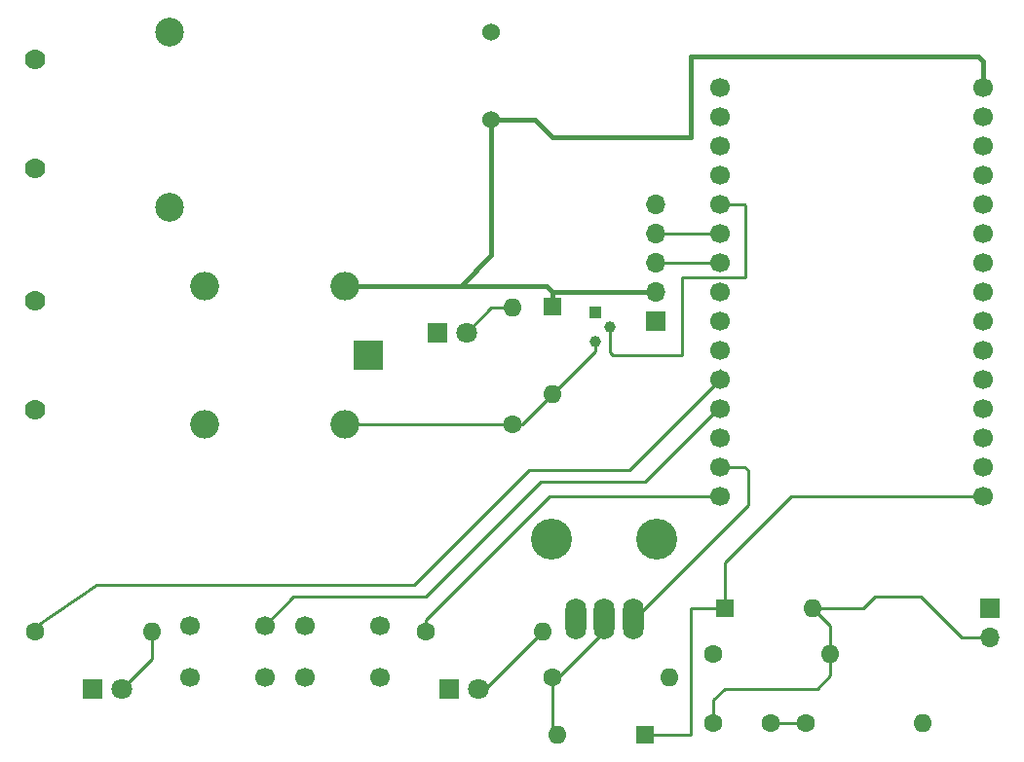
<source format=gtl>
G04 #@! TF.FileFunction,Copper,L1,Top,Signal*
%FSLAX46Y46*%
G04 Gerber Fmt 4.6, Leading zero omitted, Abs format (unit mm)*
G04 Created by KiCad (PCBNEW 4.0.7-e2-6376~58~ubuntu16.04.1) date Mon Jan  1 17:52:34 2018*
%MOMM*%
%LPD*%
G01*
G04 APERTURE LIST*
%ADD10C,0.100000*%
%ADD11R,1.600000X1.600000*%
%ADD12O,1.600000X1.600000*%
%ADD13C,1.000000*%
%ADD14R,1.000000X1.000000*%
%ADD15R,1.800000X1.800000*%
%ADD16C,1.800000*%
%ADD17C,1.700000*%
%ADD18R,1.700000X1.700000*%
%ADD19O,1.700000X1.700000*%
%ADD20C,1.778000*%
%ADD21R,2.500000X2.500000*%
%ADD22O,2.500000X2.500000*%
%ADD23C,1.600000*%
%ADD24O,1.800000X3.600000*%
%ADD25C,3.556000*%
%ADD26C,2.500000*%
%ADD27C,1.524000*%
%ADD28C,0.250000*%
%ADD29C,0.400000*%
G04 APERTURE END LIST*
D10*
D11*
X160000000Y-64750000D03*
D12*
X160000000Y-72370000D03*
D13*
X165020000Y-66520000D03*
X163750000Y-67790000D03*
D14*
X163750000Y-65250000D03*
D15*
X120000000Y-98000000D03*
D16*
X122540000Y-98000000D03*
D17*
X128500000Y-92500000D03*
X135000000Y-92500000D03*
X128500000Y-97000000D03*
X135000000Y-97000000D03*
X138500000Y-92500000D03*
X145000000Y-92500000D03*
X138500000Y-97000000D03*
X145000000Y-97000000D03*
D18*
X198000000Y-91000000D03*
D19*
X198000000Y-93540000D03*
D20*
X115000000Y-73762500D03*
X115000000Y-64237500D03*
X115000000Y-43237500D03*
X115000000Y-52762500D03*
D21*
X144000000Y-69000000D03*
D22*
X142000000Y-63000000D03*
X129800000Y-63000000D03*
X129800000Y-75000000D03*
X142000000Y-75000000D03*
D17*
X197430000Y-81240000D03*
X197430000Y-78700000D03*
X197430000Y-76160000D03*
X197430000Y-73620000D03*
X197430000Y-71080000D03*
X197430000Y-68540000D03*
X197430000Y-66000000D03*
X197430000Y-63460000D03*
X197430000Y-60920000D03*
X197430000Y-58380000D03*
X197430000Y-55840000D03*
X197430000Y-53300000D03*
X197430000Y-50760000D03*
X197430000Y-48220000D03*
X197430000Y-45680000D03*
X174570000Y-81240000D03*
X174570000Y-78700000D03*
X174570000Y-76160000D03*
X174570000Y-73620000D03*
X174570000Y-71080000D03*
X174570000Y-68540000D03*
X174570000Y-66000000D03*
X174570000Y-63460000D03*
X174570000Y-60920000D03*
X174570000Y-58380000D03*
X174570000Y-55840000D03*
X174570000Y-53300000D03*
X174570000Y-50760000D03*
X174570000Y-48220000D03*
X174570000Y-45680000D03*
D11*
X168000000Y-102000000D03*
D12*
X160380000Y-102000000D03*
D11*
X175000000Y-91000000D03*
D12*
X182620000Y-91000000D03*
D15*
X151000000Y-98000000D03*
D16*
X153540000Y-98000000D03*
D15*
X150000000Y-67000000D03*
D16*
X152540000Y-67000000D03*
D18*
X169000000Y-66000000D03*
D19*
X169000000Y-63460000D03*
X169000000Y-60920000D03*
X169000000Y-58380000D03*
X169000000Y-55840000D03*
D23*
X174000000Y-95000000D03*
D12*
X184160000Y-95000000D03*
D23*
X156500000Y-75000000D03*
D12*
X156500000Y-64840000D03*
D23*
X160000000Y-97000000D03*
D12*
X170160000Y-97000000D03*
D23*
X149000000Y-93000000D03*
D12*
X159160000Y-93000000D03*
D23*
X115000000Y-93000000D03*
D12*
X125160000Y-93000000D03*
D24*
X162000000Y-91900000D03*
X167000000Y-91900000D03*
X164500000Y-91900000D03*
D25*
X169072000Y-84984000D03*
X159928000Y-84984000D03*
D26*
X126760000Y-40880000D03*
X126760000Y-56120000D03*
D27*
X154700000Y-40880000D03*
X154700000Y-48500000D03*
D23*
X179000000Y-101000000D03*
X174000000Y-101000000D03*
X182000000Y-101000000D03*
D12*
X192160000Y-101000000D03*
D28*
X138000000Y-97500000D02*
X138500000Y-97000000D01*
X160000000Y-97000000D02*
X160500000Y-97000000D01*
X160500000Y-97000000D02*
X164500000Y-93000000D01*
X164500000Y-93000000D02*
X164500000Y-91900000D01*
X160000000Y-97000000D02*
X160000000Y-101620000D01*
X160000000Y-101620000D02*
X160380000Y-102000000D01*
X163750000Y-67790000D02*
X163750000Y-68620000D01*
X163750000Y-68620000D02*
X160000000Y-72370000D01*
X156500000Y-75000000D02*
X157370000Y-75000000D01*
X157370000Y-75000000D02*
X160000000Y-72370000D01*
X142000000Y-75000000D02*
X156500000Y-75000000D01*
X156500000Y-64840000D02*
X154700000Y-64840000D01*
X154700000Y-64840000D02*
X152540000Y-67000000D01*
X153540000Y-98000000D02*
X154160000Y-98000000D01*
X154160000Y-98000000D02*
X159160000Y-93000000D01*
X125160000Y-93000000D02*
X125160000Y-95380000D01*
X125160000Y-95380000D02*
X122540000Y-98000000D01*
X174570000Y-55840000D02*
X176660000Y-55840000D01*
X165020000Y-68770000D02*
X165020000Y-66520000D01*
X165250000Y-69000000D02*
X165020000Y-68770000D01*
X171250000Y-69000000D02*
X165250000Y-69000000D01*
X171250000Y-62200000D02*
X171250000Y-69000000D01*
X176750000Y-62200000D02*
X171250000Y-62200000D01*
X176750000Y-55930000D02*
X176750000Y-62200000D01*
X176660000Y-55840000D02*
X176750000Y-55930000D01*
D29*
X160000000Y-64750000D02*
X160000000Y-63500000D01*
X160000000Y-63500000D02*
X159500000Y-63000000D01*
X159500000Y-63000000D02*
X142000000Y-63000000D01*
X169000000Y-63460000D02*
X160040000Y-63460000D01*
X160040000Y-63460000D02*
X160000000Y-63500000D01*
X154700000Y-48500000D02*
X158500000Y-48500000D01*
X197430000Y-43430000D02*
X197430000Y-45680000D01*
X197000000Y-43000000D02*
X197430000Y-43430000D01*
X172000000Y-43000000D02*
X197000000Y-43000000D01*
X172000000Y-50000000D02*
X172000000Y-43000000D01*
X160000000Y-50000000D02*
X172000000Y-50000000D01*
X158500000Y-48500000D02*
X160000000Y-50000000D01*
X197430000Y-45430000D02*
X197430000Y-45680000D01*
X142000000Y-63000000D02*
X152000000Y-63000000D01*
X152000000Y-63000000D02*
X154700000Y-60300000D01*
X154700000Y-60300000D02*
X154700000Y-48500000D01*
D28*
X168000000Y-102000000D02*
X172000000Y-102000000D01*
X172000000Y-91000000D02*
X175000000Y-91000000D01*
X172000000Y-102000000D02*
X172000000Y-91000000D01*
X175000000Y-91000000D02*
X175000000Y-87000000D01*
X175000000Y-87000000D02*
X180760000Y-81240000D01*
X180760000Y-81240000D02*
X197430000Y-81240000D01*
X174570000Y-73620000D02*
X174380000Y-73620000D01*
X174380000Y-73620000D02*
X168000000Y-80000000D01*
X168000000Y-80000000D02*
X159000000Y-80000000D01*
X159000000Y-80000000D02*
X149000000Y-90000000D01*
X149000000Y-90000000D02*
X137500000Y-90000000D01*
X137500000Y-90000000D02*
X135000000Y-92500000D01*
X169000000Y-60920000D02*
X174570000Y-60920000D01*
X174570000Y-58380000D02*
X169000000Y-58380000D01*
X115000000Y-92600000D02*
X120400000Y-89000000D01*
X166650000Y-79000000D02*
X174570000Y-71080000D01*
X158000000Y-79000000D02*
X166650000Y-79000000D01*
X148000000Y-89000000D02*
X158000000Y-79000000D01*
X120400000Y-89000000D02*
X148000000Y-89000000D01*
X174570000Y-71080000D02*
X174570000Y-70277793D01*
X149000000Y-93000000D02*
X149000000Y-92000000D01*
X159760000Y-81240000D02*
X174570000Y-81240000D01*
X149000000Y-92000000D02*
X159760000Y-81240000D01*
X174604000Y-81274000D02*
X174570000Y-81240000D01*
X179000000Y-101000000D02*
X182000000Y-101000000D01*
X166500000Y-91900000D02*
X167100000Y-91900000D01*
X167100000Y-91900000D02*
X177000000Y-82000000D01*
X177000000Y-82000000D02*
X177000000Y-79000000D01*
X177000000Y-79000000D02*
X176700000Y-78700000D01*
X176700000Y-78700000D02*
X174570000Y-78700000D01*
X174570000Y-78700000D02*
X174700000Y-78700000D01*
X174270000Y-79000000D02*
X174570000Y-78700000D01*
X184160000Y-95000000D02*
X184160000Y-96840000D01*
X174000000Y-99000000D02*
X174000000Y-101000000D01*
X175000000Y-98000000D02*
X174000000Y-99000000D01*
X183000000Y-98000000D02*
X175000000Y-98000000D01*
X184160000Y-96840000D02*
X183000000Y-98000000D01*
X184160000Y-95000000D02*
X184160000Y-92540000D01*
X184160000Y-92540000D02*
X182620000Y-91000000D01*
X198000000Y-93540000D02*
X195540000Y-93540000D01*
X187000000Y-91000000D02*
X182620000Y-91000000D01*
X188000000Y-90000000D02*
X187000000Y-91000000D01*
X192000000Y-90000000D02*
X188000000Y-90000000D01*
X195540000Y-93540000D02*
X192000000Y-90000000D01*
M02*

</source>
